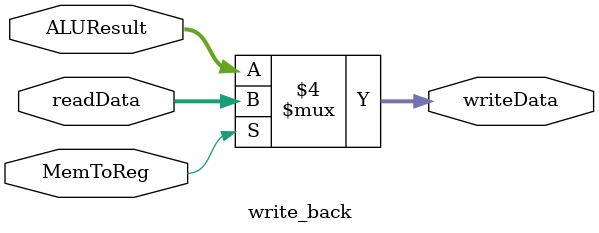
<source format=v>
`timescale 1ns / 1ps
module write_back(MemToReg,readData,ALUResult,writeData);

	input MemToReg;
	input [31:0] readData;
	input [31:0] ALUResult;

	output reg [31:0] writeData;
	
	always @(*)
		begin 
			if (MemToReg == 1)
				writeData = readData;
			else
				writeData = ALUResult;
		end
		
endmodule

</source>
